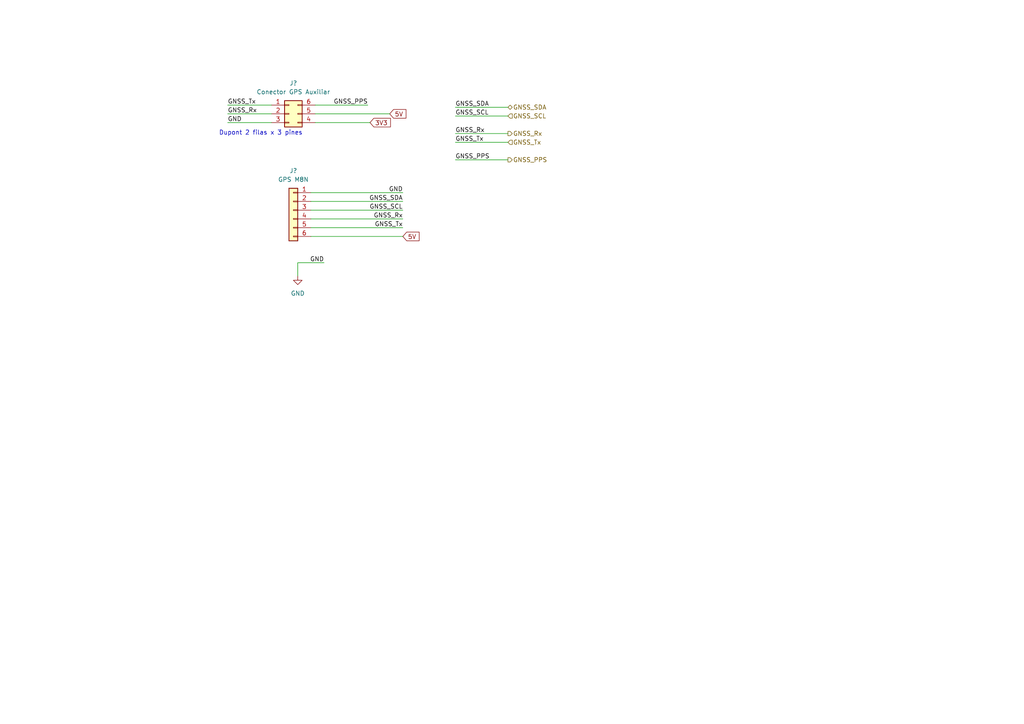
<source format=kicad_sch>
(kicad_sch (version 20211123) (generator eeschema)
  (paper "A4")
  (lib_symbols
    (symbol "Connector_Generic:Conn_01x06" (pin_names (offset 1.016) hide)
      (property "Reference" "J" (at 0 7.62 0))
      (property "Value" "Conn_01x06" (at 0 -10.16 0))
      (symbol "Conn_01x06_1_1"
        (rectangle (start -1.27 -7.493) (end 0 -7.747) (stroke (width 0.1524)))
        (rectangle (start -1.27 -4.953) (end 0 -5.207) (stroke (width 0.1524)))
        (rectangle (start -1.27 -2.413) (end 0 -2.667) (stroke (width 0.1524)))
        (rectangle (start -1.27 0.127) (end 0 -0.127) (stroke (width 0.1524)))
        (rectangle (start -1.27 2.667) (end 0 2.413) (stroke (width 0.1524)))
        (rectangle (start -1.27 5.207) (end 0 4.953) (stroke (width 0.1524)))
        (rectangle (start -1.27 6.35) (end 1.27 -8.89) (stroke (width 0.254)) (fill (type background)))
        (pin passive line (at -5.08 5.08 0) (length 3.81) (name "Pin_1") (number "1"))
        (pin passive line (at -5.08 2.54 0) (length 3.81) (name "Pin_2") (number "2"))
        (pin passive line (at -5.08 0 0) (length 3.81) (name "Pin_3") (number "3"))
        (pin passive line (at -5.08 -2.54 0) (length 3.81) (name "Pin_4") (number "4"))
        (pin passive line (at -5.08 -5.08 0) (length 3.81) (name "Pin_5") (number "5"))
        (pin passive line (at -5.08 -7.62 0) (length 3.81) (name "Pin_6") (number "6"))
      )
    )
    (symbol "Connector_Generic:Conn_02x03_Counter_Clockwise" (pin_names (offset 1.016) hide)
      (property "Reference" "J" (at 1.27 5.08 0))
      (property "Value" "Conn_02x03_Counter_Clockwise" (at 1.27 -5.08 0))
      (symbol "Conn_02x03_Counter_Clockwise_1_1"
        (rectangle (start -1.27 -2.413) (end 0 -2.667) (stroke (width 0.1524)))
        (rectangle (start -1.27 0.127) (end 0 -0.127) (stroke (width 0.1524)))
        (rectangle (start -1.27 2.667) (end 0 2.413) (stroke (width 0.1524)))
        (rectangle (start -1.27 3.81) (end 3.81 -3.81) (stroke (width 0.254)) (fill (type background)))
        (rectangle (start 3.81 -2.413) (end 2.54 -2.667) (stroke (width 0.1524)))
        (rectangle (start 3.81 0.127) (end 2.54 -0.127) (stroke (width 0.1524)))
        (rectangle (start 3.81 2.667) (end 2.54 2.413) (stroke (width 0.1524)))
        (pin passive line (at -5.08 2.54 0) (length 3.81) (name "Pin_1") (number "1"))
        (pin passive line (at -5.08 0 0) (length 3.81) (name "Pin_2") (number "2"))
        (pin passive line (at -5.08 -2.54 0) (length 3.81) (name "Pin_3") (number "3"))
        (pin passive line (at 7.62 -2.54 180) (length 3.81) (name "Pin_4") (number "4"))
        (pin passive line (at 7.62 0 180) (length 3.81) (name "Pin_5") (number "5"))
        (pin passive line (at 7.62 2.54 180) (length 3.81) (name "Pin_6") (number "6"))
      )
    )
    (symbol "power:GND" (power) (pin_names (offset 0))
      (property "Value" "GND" (at 0 -3.81 0))
      (symbol "GND_0_1"
        (polyline (pts (xy 0 0) (xy 0 -1.27) (xy 1.27 -1.27) (xy 0 -2.54) (xy -1.27 -1.27) (xy 0 -1.27)))
      )
      (symbol "GND_1_1"
        (pin power_in line (at 0 0 270) (length 0) hide (name "GND") (number "1"))
      )
    )
  )
  (wire (pts (xy 91.44 33.02) (xy 113.03 33.02)))
  (wire (pts (xy 90.17 63.5) (xy 116.84 63.5)))
  (wire (pts (xy 132.08 38.735) (xy 147.32 38.735)))
  (wire (pts (xy 132.08 41.275) (xy 147.32 41.275)))
  (wire (pts (xy 132.08 31.115) (xy 147.32 31.115)))
  (wire (pts (xy 93.98 76.2) (xy 86.36 76.2)))
  (wire (pts (xy 86.36 76.2) (xy 86.36 80.01)))
  (wire (pts (xy 132.08 46.355) (xy 147.32 46.355)))
  (wire (pts (xy 66.04 30.48) (xy 78.74 30.48)))
  (wire (pts (xy 91.44 35.56) (xy 107.315 35.56)))
  (wire (pts (xy 90.17 60.96) (xy 116.84 60.96)))
  (wire (pts (xy 132.08 33.655) (xy 147.32 33.655)))
  (wire (pts (xy 90.17 58.42) (xy 116.84 58.42)))
  (wire (pts (xy 90.17 68.58) (xy 116.84 68.58)))
  (wire (pts (xy 66.04 35.56) (xy 78.74 35.56)))
  (wire (pts (xy 66.04 33.02) (xy 78.74 33.02)))
  (wire (pts (xy 90.17 55.88) (xy 116.84 55.88)))
  (wire (pts (xy 90.17 66.04) (xy 116.84 66.04)))
  (wire (pts (xy 91.44 30.48) (xy 106.68 30.48)))
  (text "Dupont 2 filas x 3 pines" (at 63.5 39.37 0) (effects (font (size 1.27 1.27)) (justify left bottom)))
  (label "GNSS_PPS" (at 132.08 46.355 0))
  (label "GNSS_SCL" (at 116.84 60.96 180))
  (label "GNSS_Rx" (at 66.04 33.02 0))
  (label "GNSS_Rx" (at 116.84 63.5 180))
  (label "GNSS_SDA" (at 132.08 31.115 0))
  (label "GND" (at 93.98 76.2 180))
  (label "GNSS_Tx" (at 66.04 30.48 0))
  (label "GNSS_Tx" (at 116.84 66.04 180))
  (label "GND" (at 66.04 35.56 0))
  (label "GNSS_Tx" (at 132.08 41.275 0))
  (label "GNSS_Rx" (at 132.08 38.735 0))
  (label "GND" (at 116.84 55.88 180))
  (label "GNSS_SDA" (at 116.84 58.42 180))
  (label "GNSS_SCL" (at 132.08 33.655 0))
  (label "GNSS_PPS" (at 106.68 30.48 180))
  (global_label "5V" (shape input) (at 113.03 33.02 0) (property "Intersheet References" "${INTERSHEET_REFS}" (effects hide)))
  (global_label "5V" (shape input) (at 116.84 68.58 0) (property "Intersheet References" "${INTERSHEET_REFS}" (effects hide)))
  (global_label "3V3" (shape input) (at 107.315 35.56 0) (property "Intersheet References" "${INTERSHEET_REFS}" (effects hide)))
  (hierarchical_label "GNSS_SDA" (shape bidirectional) (at 147.32 31.115 0))
  (hierarchical_label "GNSS_Tx" (shape input) (at 147.32 41.275 0))
  (hierarchical_label "GNSS_PPS" (shape output) (at 147.32 46.355 0))
  (hierarchical_label "GNSS_SCL" (shape input) (at 147.32 33.655 0))
  (hierarchical_label "GNSS_Rx" (shape output) (at 147.32 38.735 0))
  (symbol (lib_id "power:GND") (at 86.36 80.01 0) (unit 1)
    (property "Reference" "#PWR?" (effects hide))
    (property "Value" "GND" (at 86.36 85.09 0))
  )
  (symbol (lib_id "Connector_Generic:Conn_01x06") (at 85.09 60.96 0) (mirror y) (unit 1)
    (property "Reference" "J?" (at 85.09 49.53 0))
    (property "Value" "GPS M8N" (at 85.09 52.07 0))
  )
  (symbol (lib_id "Connector_Generic:Conn_02x03_Counter_Clockwise") (at 83.82 33.02 0) (unit 1)
    (property "Reference" "J?" (at 85.09 24.13 0))
    (property "Value" "Conector GPS Auxiliar" (at 85.09 26.67 0))
  )
)
</source>
